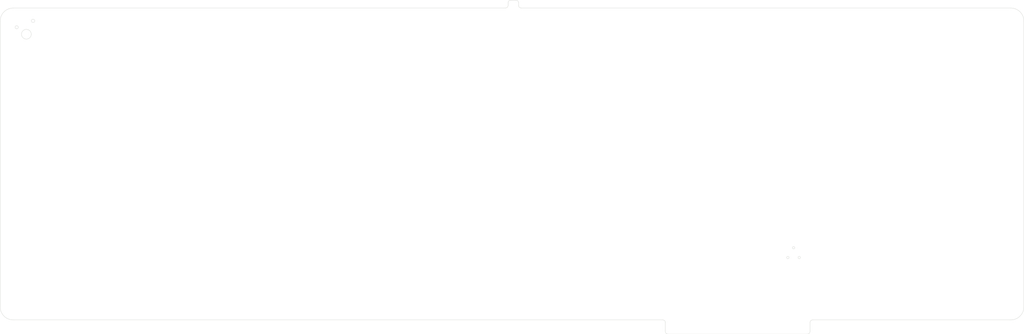
<source format=kicad_pcb>
(kicad_pcb (version 20171130) (host pcbnew "(5.1.0)-1")

  (general
    (thickness 1.6)
    (drawings 30)
    (tracks 0)
    (zones 0)
    (modules 0)
    (nets 1)
  )

  (page A2)
  (layers
    (0 F.Cu signal)
    (31 B.Cu signal)
    (32 B.Adhes user)
    (33 F.Adhes user)
    (34 B.Paste user)
    (35 F.Paste user)
    (36 B.SilkS user)
    (37 F.SilkS user)
    (38 B.Mask user)
    (39 F.Mask user)
    (40 Dwgs.User user)
    (41 Cmts.User user)
    (42 Eco1.User user)
    (43 Eco2.User user)
    (44 Edge.Cuts user)
    (45 Margin user)
    (46 B.CrtYd user)
    (47 F.CrtYd user)
    (48 B.Fab user)
    (49 F.Fab user)
  )

  (setup
    (last_trace_width 0.25)
    (trace_clearance 0.2)
    (zone_clearance 0.508)
    (zone_45_only no)
    (trace_min 0.2)
    (via_size 0.8)
    (via_drill 0.4)
    (via_min_size 0.4)
    (via_min_drill 0.3)
    (uvia_size 0.3)
    (uvia_drill 0.1)
    (uvias_allowed no)
    (uvia_min_size 0.2)
    (uvia_min_drill 0.1)
    (edge_width 0.05)
    (segment_width 0.2)
    (pcb_text_width 0.3)
    (pcb_text_size 1.5 1.5)
    (mod_edge_width 0.12)
    (mod_text_size 1 1)
    (mod_text_width 0.15)
    (pad_size 1.524 1.524)
    (pad_drill 0.762)
    (pad_to_mask_clearance 0.051)
    (solder_mask_min_width 0.25)
    (aux_axis_origin 0 0)
    (visible_elements FFFFFF7F)
    (pcbplotparams
      (layerselection 0x010fc_ffffffff)
      (usegerberextensions false)
      (usegerberattributes false)
      (usegerberadvancedattributes false)
      (creategerberjobfile false)
      (excludeedgelayer true)
      (linewidth 0.100000)
      (plotframeref false)
      (viasonmask false)
      (mode 1)
      (useauxorigin false)
      (hpglpennumber 1)
      (hpglpenspeed 20)
      (hpglpendiameter 15.000000)
      (psnegative false)
      (psa4output false)
      (plotreference true)
      (plotvalue true)
      (plotinvisibletext false)
      (padsonsilk false)
      (subtractmaskfromsilk false)
      (outputformat 1)
      (mirror false)
      (drillshape 1)
      (scaleselection 1)
      (outputdirectory ""))
  )

  (net 0 "")

  (net_class Default "This is the default net class."
    (clearance 0.2)
    (trace_width 0.25)
    (via_dia 0.8)
    (via_drill 0.4)
    (uvia_dia 0.3)
    (uvia_drill 0.1)
  )

  (gr_circle (center 111.3 130.35) (end 111.910328 130.35) (layer Edge.Cuts) (width 0.12))
  (gr_circle (center 117.55 127.9) (end 118.186396 127.9) (layer Edge.Cuts) (width 0.12))
  (gr_circle (center 115 133) (end 116.860108 133) (layer Edge.Cuts) (width 0.12))
  (gr_circle (center 409.875 218.2) (end 410.322214 218.2) (layer Edge.Cuts) (width 0.12) (tstamp 5CD3CAF7))
  (gr_circle (center 405.55 218.2) (end 405.997214 218.2) (layer Edge.Cuts) (width 0.12) (tstamp 5CD3CAF5))
  (gr_circle (center 407.725 214.475) (end 408.172214 214.475) (layer Edge.Cuts) (width 0.12))
  (gr_line (start 299.8 120) (end 301.8 120) (layer Edge.Cuts) (width 0.12) (tstamp 5CD3CAF2))
  (gr_line (start 357.8 242) (end 110 242) (layer Edge.Cuts) (width 0.12) (tstamp 5CD3CAE0))
  (gr_line (start 358.8 246.4) (end 358.8 243) (layer Edge.Cuts) (width 0.12) (tstamp 5CD3CADF))
  (gr_line (start 415 242) (end 490.6 242) (layer Edge.Cuts) (width 0.12) (tstamp 5CD3CADE))
  (gr_line (start 414 246.4) (end 414 243) (layer Edge.Cuts) (width 0.12) (tstamp 5CD3CADD))
  (gr_arc (start 357.8 243) (end 358.8 243) (angle -90) (layer Edge.Cuts) (width 0.12) (tstamp 5CD3CAD8))
  (gr_arc (start 359.8 246.4) (end 358.8 246.4) (angle -90) (layer Edge.Cuts) (width 0.12) (tstamp 5CD3CAD3))
  (gr_arc (start 413 246.4) (end 413 247.4) (angle -90) (layer Edge.Cuts) (width 0.12) (tstamp 5CD3CACF))
  (gr_arc (start 415 243) (end 415 242) (angle -90) (layer Edge.Cuts) (width 0.12))
  (gr_line (start 298.8 121) (end 298.8 122) (layer Edge.Cuts) (width 0.12) (tstamp 5CD3CACA))
  (gr_line (start 302.8 121) (end 302.8 122) (layer Edge.Cuts) (width 0.12) (tstamp 5CD3CAC9))
  (gr_arc (start 299.8 121) (end 299.8 120) (angle -90) (layer Edge.Cuts) (width 0.12) (tstamp 5CD3CAC6))
  (gr_arc (start 301.8 121) (end 302.8 121) (angle -90) (layer Edge.Cuts) (width 0.12) (tstamp 5CD3CAC2))
  (gr_arc (start 303.8 122) (end 302.8 122) (angle -90) (layer Edge.Cuts) (width 0.12) (tstamp 5CD3CAB9))
  (gr_arc (start 297.8 122) (end 297.8 123) (angle -90) (layer Edge.Cuts) (width 0.12))
  (gr_arc (start 110 128) (end 110 123) (angle -90) (layer Edge.Cuts) (width 0.12) (tstamp 5CD3CAB1))
  (gr_arc (start 110 237) (end 105 237) (angle -90) (layer Edge.Cuts) (width 0.12) (tstamp 5CD3CAAC))
  (gr_arc (start 490.6 237) (end 490.6 242) (angle -90) (layer Edge.Cuts) (width 0.12) (tstamp 5CD3CAA7))
  (gr_arc (start 490.6 128) (end 495.6 128) (angle -90) (layer Edge.Cuts) (width 0.12))
  (gr_line (start 303.8 123) (end 490.6 123) (layer Edge.Cuts) (width 0.12))
  (gr_line (start 110 123) (end 297.8 123) (layer Edge.Cuts) (width 0.12))
  (gr_line (start 495.6 128) (end 495.6 237) (layer Edge.Cuts) (width 0.12) (tstamp 5CD3CA92))
  (gr_line (start 359.8 247.4) (end 413 247.4) (layer Edge.Cuts) (width 0.12) (tstamp 5CD3C1A2))
  (gr_line (start 105 128) (end 105 237) (layer Edge.Cuts) (width 0.12))

)

</source>
